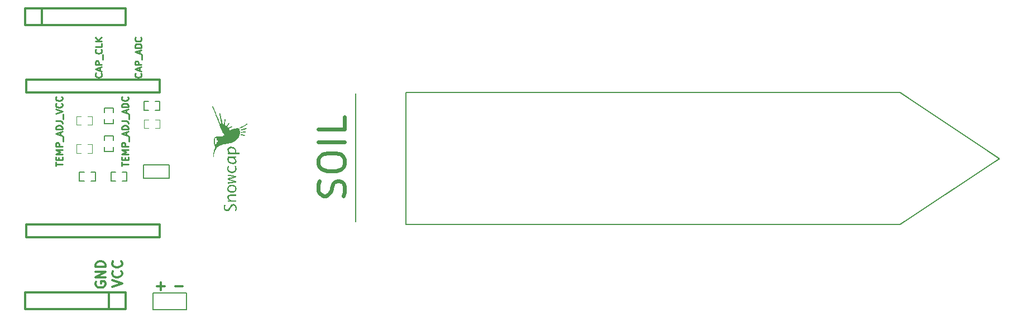
<source format=gto>
G04 (created by PCBNEW (22-Jun-2014 BZR 4027)-stable) date Thu 31 Jul 2014 05:41:25 PM UTC*
%MOIN*%
G04 Gerber Fmt 3.4, Leading zero omitted, Abs format*
%FSLAX34Y34*%
G01*
G70*
G90*
G04 APERTURE LIST*
%ADD10C,0.00590551*%
%ADD11C,0.00984252*%
%ADD12C,0.011811*%
%ADD13C,0.023622*%
%ADD14C,0.00787402*%
%ADD15C,0.005*%
%ADD16C,0.0047*%
%ADD17C,0.006*%
%ADD18C,0.012*%
%ADD19C,0.0001*%
G04 APERTURE END LIST*
G54D10*
G54D11*
X31381Y-27334D02*
X31400Y-27352D01*
X31419Y-27409D01*
X31419Y-27446D01*
X31400Y-27502D01*
X31362Y-27540D01*
X31325Y-27559D01*
X31250Y-27577D01*
X31194Y-27577D01*
X31119Y-27559D01*
X31081Y-27540D01*
X31044Y-27502D01*
X31025Y-27446D01*
X31025Y-27409D01*
X31044Y-27352D01*
X31062Y-27334D01*
X31306Y-27184D02*
X31306Y-26996D01*
X31419Y-27221D02*
X31025Y-27090D01*
X31419Y-26959D01*
X31419Y-26827D02*
X31025Y-26827D01*
X31025Y-26677D01*
X31044Y-26640D01*
X31062Y-26621D01*
X31100Y-26602D01*
X31156Y-26602D01*
X31194Y-26621D01*
X31212Y-26640D01*
X31231Y-26677D01*
X31231Y-26827D01*
X31456Y-26527D02*
X31456Y-26227D01*
X31306Y-26152D02*
X31306Y-25965D01*
X31419Y-26190D02*
X31025Y-26059D01*
X31419Y-25928D01*
X31419Y-25796D02*
X31025Y-25796D01*
X31025Y-25703D01*
X31044Y-25646D01*
X31081Y-25609D01*
X31119Y-25590D01*
X31194Y-25571D01*
X31250Y-25571D01*
X31325Y-25590D01*
X31362Y-25609D01*
X31400Y-25646D01*
X31419Y-25703D01*
X31419Y-25796D01*
X31381Y-25178D02*
X31400Y-25196D01*
X31419Y-25253D01*
X31419Y-25290D01*
X31400Y-25346D01*
X31362Y-25384D01*
X31325Y-25403D01*
X31250Y-25421D01*
X31194Y-25421D01*
X31119Y-25403D01*
X31081Y-25384D01*
X31044Y-25346D01*
X31025Y-25290D01*
X31025Y-25253D01*
X31044Y-25196D01*
X31062Y-25178D01*
X29019Y-27324D02*
X29038Y-27343D01*
X29056Y-27399D01*
X29056Y-27437D01*
X29038Y-27493D01*
X29000Y-27530D01*
X28963Y-27549D01*
X28888Y-27568D01*
X28832Y-27568D01*
X28757Y-27549D01*
X28719Y-27530D01*
X28682Y-27493D01*
X28663Y-27437D01*
X28663Y-27399D01*
X28682Y-27343D01*
X28700Y-27324D01*
X28944Y-27174D02*
X28944Y-26987D01*
X29056Y-27212D02*
X28663Y-27080D01*
X29056Y-26949D01*
X29056Y-26818D02*
X28663Y-26818D01*
X28663Y-26668D01*
X28682Y-26631D01*
X28700Y-26612D01*
X28738Y-26593D01*
X28794Y-26593D01*
X28832Y-26612D01*
X28850Y-26631D01*
X28869Y-26668D01*
X28869Y-26818D01*
X29094Y-26518D02*
X29094Y-26218D01*
X29019Y-25899D02*
X29038Y-25918D01*
X29056Y-25974D01*
X29056Y-26012D01*
X29038Y-26068D01*
X29000Y-26106D01*
X28963Y-26124D01*
X28888Y-26143D01*
X28832Y-26143D01*
X28757Y-26124D01*
X28719Y-26106D01*
X28682Y-26068D01*
X28663Y-26012D01*
X28663Y-25974D01*
X28682Y-25918D01*
X28700Y-25899D01*
X29056Y-25543D02*
X29056Y-25731D01*
X28663Y-25731D01*
X29056Y-25412D02*
X28663Y-25412D01*
X29056Y-25187D02*
X28832Y-25356D01*
X28663Y-25187D02*
X28888Y-25412D01*
X30238Y-32877D02*
X30238Y-32652D01*
X30631Y-32765D02*
X30238Y-32765D01*
X30425Y-32521D02*
X30425Y-32390D01*
X30631Y-32334D02*
X30631Y-32521D01*
X30238Y-32521D01*
X30238Y-32334D01*
X30631Y-32165D02*
X30238Y-32165D01*
X30519Y-32034D01*
X30238Y-31902D01*
X30631Y-31902D01*
X30631Y-31715D02*
X30238Y-31715D01*
X30238Y-31565D01*
X30256Y-31527D01*
X30275Y-31509D01*
X30313Y-31490D01*
X30369Y-31490D01*
X30406Y-31509D01*
X30425Y-31527D01*
X30444Y-31565D01*
X30444Y-31715D01*
X30669Y-31415D02*
X30669Y-31115D01*
X30519Y-31040D02*
X30519Y-30853D01*
X30631Y-31077D02*
X30238Y-30946D01*
X30631Y-30815D01*
X30631Y-30684D02*
X30238Y-30684D01*
X30238Y-30590D01*
X30256Y-30534D01*
X30294Y-30496D01*
X30331Y-30478D01*
X30406Y-30459D01*
X30463Y-30459D01*
X30538Y-30478D01*
X30575Y-30496D01*
X30613Y-30534D01*
X30631Y-30590D01*
X30631Y-30684D01*
X30238Y-30178D02*
X30519Y-30178D01*
X30575Y-30196D01*
X30613Y-30234D01*
X30631Y-30290D01*
X30631Y-30328D01*
X30669Y-30084D02*
X30669Y-29784D01*
X30519Y-29709D02*
X30519Y-29521D01*
X30631Y-29746D02*
X30238Y-29615D01*
X30631Y-29484D01*
X30631Y-29353D02*
X30238Y-29353D01*
X30238Y-29259D01*
X30256Y-29203D01*
X30294Y-29165D01*
X30331Y-29146D01*
X30406Y-29128D01*
X30463Y-29128D01*
X30538Y-29146D01*
X30575Y-29165D01*
X30613Y-29203D01*
X30631Y-29259D01*
X30631Y-29353D01*
X30594Y-28734D02*
X30613Y-28753D01*
X30631Y-28809D01*
X30631Y-28847D01*
X30613Y-28903D01*
X30575Y-28940D01*
X30538Y-28959D01*
X30463Y-28978D01*
X30406Y-28978D01*
X30331Y-28959D01*
X30294Y-28940D01*
X30256Y-28903D01*
X30238Y-28847D01*
X30238Y-28809D01*
X30256Y-28753D01*
X30275Y-28734D01*
X26301Y-32877D02*
X26301Y-32652D01*
X26694Y-32765D02*
X26301Y-32765D01*
X26488Y-32521D02*
X26488Y-32390D01*
X26694Y-32334D02*
X26694Y-32521D01*
X26301Y-32521D01*
X26301Y-32334D01*
X26694Y-32165D02*
X26301Y-32165D01*
X26582Y-32034D01*
X26301Y-31902D01*
X26694Y-31902D01*
X26694Y-31715D02*
X26301Y-31715D01*
X26301Y-31565D01*
X26319Y-31527D01*
X26338Y-31509D01*
X26376Y-31490D01*
X26432Y-31490D01*
X26469Y-31509D01*
X26488Y-31527D01*
X26507Y-31565D01*
X26507Y-31715D01*
X26732Y-31415D02*
X26732Y-31115D01*
X26582Y-31040D02*
X26582Y-30853D01*
X26694Y-31077D02*
X26301Y-30946D01*
X26694Y-30815D01*
X26694Y-30684D02*
X26301Y-30684D01*
X26301Y-30590D01*
X26319Y-30534D01*
X26357Y-30496D01*
X26394Y-30478D01*
X26469Y-30459D01*
X26526Y-30459D01*
X26601Y-30478D01*
X26638Y-30496D01*
X26676Y-30534D01*
X26694Y-30590D01*
X26694Y-30684D01*
X26301Y-30178D02*
X26582Y-30178D01*
X26638Y-30196D01*
X26676Y-30234D01*
X26694Y-30290D01*
X26694Y-30328D01*
X26732Y-30084D02*
X26732Y-29784D01*
X26301Y-29746D02*
X26694Y-29615D01*
X26301Y-29484D01*
X26657Y-29128D02*
X26676Y-29146D01*
X26694Y-29203D01*
X26694Y-29240D01*
X26676Y-29296D01*
X26638Y-29334D01*
X26601Y-29353D01*
X26526Y-29371D01*
X26469Y-29371D01*
X26394Y-29353D01*
X26357Y-29334D01*
X26319Y-29296D01*
X26301Y-29240D01*
X26301Y-29203D01*
X26319Y-29146D01*
X26338Y-29128D01*
X26657Y-28734D02*
X26676Y-28753D01*
X26694Y-28809D01*
X26694Y-28847D01*
X26676Y-28903D01*
X26638Y-28940D01*
X26601Y-28959D01*
X26526Y-28978D01*
X26469Y-28978D01*
X26394Y-28959D01*
X26357Y-28940D01*
X26319Y-28903D01*
X26301Y-28847D01*
X26301Y-28809D01*
X26319Y-28753D01*
X26338Y-28734D01*
G54D12*
X28712Y-39820D02*
X28683Y-39876D01*
X28683Y-39960D01*
X28712Y-40044D01*
X28768Y-40101D01*
X28824Y-40129D01*
X28937Y-40157D01*
X29021Y-40157D01*
X29133Y-40129D01*
X29190Y-40101D01*
X29246Y-40044D01*
X29274Y-39960D01*
X29274Y-39904D01*
X29246Y-39820D01*
X29218Y-39791D01*
X29021Y-39791D01*
X29021Y-39904D01*
X29274Y-39538D02*
X28683Y-39538D01*
X29274Y-39201D01*
X28683Y-39201D01*
X29274Y-38920D02*
X28683Y-38920D01*
X28683Y-38779D01*
X28712Y-38695D01*
X28768Y-38638D01*
X28824Y-38610D01*
X28937Y-38582D01*
X29021Y-38582D01*
X29133Y-38610D01*
X29190Y-38638D01*
X29246Y-38695D01*
X29274Y-38779D01*
X29274Y-38920D01*
X29668Y-40101D02*
X30258Y-39904D01*
X29668Y-39707D01*
X30202Y-39173D02*
X30230Y-39201D01*
X30258Y-39285D01*
X30258Y-39341D01*
X30230Y-39426D01*
X30174Y-39482D01*
X30118Y-39510D01*
X30005Y-39538D01*
X29921Y-39538D01*
X29808Y-39510D01*
X29752Y-39482D01*
X29696Y-39426D01*
X29668Y-39341D01*
X29668Y-39285D01*
X29696Y-39201D01*
X29724Y-39173D01*
X30202Y-38582D02*
X30230Y-38610D01*
X30258Y-38695D01*
X30258Y-38751D01*
X30230Y-38835D01*
X30174Y-38892D01*
X30118Y-38920D01*
X30005Y-38948D01*
X29921Y-38948D01*
X29808Y-38920D01*
X29752Y-38892D01*
X29696Y-38835D01*
X29668Y-38751D01*
X29668Y-38695D01*
X29696Y-38610D01*
X29724Y-38582D01*
X33436Y-40073D02*
X33886Y-40073D01*
X32353Y-40073D02*
X32803Y-40073D01*
X32578Y-40298D02*
X32578Y-39848D01*
G54D13*
X43475Y-34669D02*
X43550Y-34444D01*
X43550Y-34069D01*
X43475Y-33919D01*
X43400Y-33844D01*
X43250Y-33769D01*
X43100Y-33769D01*
X42950Y-33844D01*
X42875Y-33919D01*
X42800Y-34069D01*
X42725Y-34369D01*
X42650Y-34519D01*
X42575Y-34594D01*
X42425Y-34669D01*
X42275Y-34669D01*
X42125Y-34594D01*
X42050Y-34519D01*
X41976Y-34369D01*
X41976Y-33994D01*
X42050Y-33769D01*
X41976Y-32794D02*
X41976Y-32494D01*
X42050Y-32344D01*
X42200Y-32194D01*
X42500Y-32119D01*
X43025Y-32119D01*
X43325Y-32194D01*
X43475Y-32344D01*
X43550Y-32494D01*
X43550Y-32794D01*
X43475Y-32944D01*
X43325Y-33094D01*
X43025Y-33169D01*
X42500Y-33169D01*
X42200Y-33094D01*
X42050Y-32944D01*
X41976Y-32794D01*
X43550Y-31444D02*
X41976Y-31444D01*
X43550Y-29944D02*
X43550Y-30694D01*
X41976Y-30694D01*
G54D14*
X44192Y-28543D02*
X44192Y-36220D01*
G54D15*
X30265Y-33788D02*
X30543Y-33788D01*
X30543Y-33788D02*
X30543Y-33238D01*
X30543Y-33238D02*
X30265Y-33238D01*
X29593Y-33788D02*
X29871Y-33788D01*
X29593Y-33788D02*
X29593Y-33238D01*
X29593Y-33238D02*
X29871Y-33238D01*
X31840Y-29006D02*
X31562Y-29006D01*
X31562Y-29006D02*
X31562Y-29556D01*
X31562Y-29556D02*
X31840Y-29556D01*
X32512Y-29006D02*
X32234Y-29006D01*
X32512Y-29006D02*
X32512Y-29556D01*
X32512Y-29556D02*
X32234Y-29556D01*
G54D16*
X32234Y-30620D02*
X32509Y-30620D01*
X31840Y-30620D02*
X31565Y-30620D01*
X32234Y-30108D02*
X32509Y-30108D01*
X31565Y-30108D02*
X31840Y-30108D01*
X32509Y-30114D02*
X32509Y-30614D01*
X31565Y-30614D02*
X31565Y-30114D01*
G54D17*
X32120Y-41494D02*
X32120Y-40494D01*
X32120Y-40494D02*
X34120Y-40494D01*
X34120Y-40494D02*
X34120Y-41494D01*
X34120Y-41494D02*
X32120Y-41494D01*
G54D18*
X30490Y-40439D02*
X30490Y-41439D01*
X30490Y-41439D02*
X24490Y-41439D01*
X24490Y-41439D02*
X24490Y-40439D01*
X24490Y-40439D02*
X30490Y-40439D01*
X29490Y-40439D02*
X29490Y-41439D01*
X24490Y-24439D02*
X24490Y-23439D01*
X24490Y-23439D02*
X30490Y-23439D01*
X30490Y-23439D02*
X30490Y-24439D01*
X30490Y-24439D02*
X24490Y-24439D01*
X25490Y-24439D02*
X25490Y-23439D01*
X32520Y-27716D02*
X32520Y-28474D01*
X24537Y-28484D02*
X24537Y-27716D01*
X24537Y-28494D02*
X32520Y-28494D01*
X32520Y-27706D02*
X24537Y-27706D01*
X32520Y-36377D02*
X32520Y-37135D01*
X24537Y-37145D02*
X24537Y-36377D01*
X24537Y-37155D02*
X32520Y-37155D01*
X32520Y-36367D02*
X24537Y-36367D01*
G54D15*
X29203Y-30069D02*
X29203Y-30347D01*
X29203Y-30347D02*
X29753Y-30347D01*
X29753Y-30347D02*
X29753Y-30069D01*
X29203Y-29397D02*
X29203Y-29675D01*
X29203Y-29397D02*
X29753Y-29397D01*
X29753Y-29397D02*
X29753Y-29675D01*
X29203Y-31742D02*
X29203Y-32020D01*
X29203Y-32020D02*
X29753Y-32020D01*
X29753Y-32020D02*
X29753Y-31742D01*
X29203Y-31070D02*
X29203Y-31348D01*
X29203Y-31070D02*
X29753Y-31070D01*
X29753Y-31070D02*
X29753Y-31348D01*
X28395Y-33788D02*
X28673Y-33788D01*
X28673Y-33788D02*
X28673Y-33238D01*
X28673Y-33238D02*
X28395Y-33238D01*
X27723Y-33788D02*
X28001Y-33788D01*
X27723Y-33788D02*
X27723Y-33238D01*
X27723Y-33238D02*
X28001Y-33238D01*
G54D16*
X28198Y-30423D02*
X28473Y-30423D01*
X27804Y-30423D02*
X27529Y-30423D01*
X28198Y-29911D02*
X28473Y-29911D01*
X27529Y-29911D02*
X27804Y-29911D01*
X28473Y-29917D02*
X28473Y-30417D01*
X27529Y-30417D02*
X27529Y-29917D01*
X28198Y-32096D02*
X28473Y-32096D01*
X27804Y-32096D02*
X27529Y-32096D01*
X28198Y-31584D02*
X28473Y-31584D01*
X27529Y-31584D02*
X27804Y-31584D01*
X28473Y-31590D02*
X28473Y-32090D01*
X27529Y-32090D02*
X27529Y-31590D01*
G54D10*
X33082Y-33618D02*
X31532Y-33618D01*
X31532Y-33618D02*
X31532Y-32818D01*
X31532Y-32818D02*
X33082Y-32818D01*
X33082Y-32818D02*
X33082Y-33618D01*
X82627Y-32431D02*
X76722Y-28494D01*
X76722Y-28494D02*
X47194Y-28494D01*
X47194Y-28494D02*
X47194Y-36368D01*
X47194Y-36368D02*
X76722Y-36368D01*
X76722Y-36368D02*
X82627Y-32431D01*
G54D19*
G36*
X37718Y-30338D02*
X37725Y-30341D01*
X37731Y-30346D01*
X37740Y-30354D01*
X37743Y-30364D01*
X37742Y-30372D01*
X37741Y-30378D01*
X37737Y-30384D01*
X37731Y-30390D01*
X37722Y-30398D01*
X37709Y-30408D01*
X37694Y-30420D01*
X37618Y-30472D01*
X37538Y-30521D01*
X37453Y-30567D01*
X37375Y-30604D01*
X37354Y-30613D01*
X37339Y-30620D01*
X37327Y-30624D01*
X37318Y-30626D01*
X37311Y-30627D01*
X37305Y-30627D01*
X37299Y-30625D01*
X37299Y-30625D01*
X37291Y-30619D01*
X37286Y-30609D01*
X37283Y-30599D01*
X37283Y-30592D01*
X37285Y-30586D01*
X37289Y-30581D01*
X37296Y-30575D01*
X37306Y-30569D01*
X37320Y-30562D01*
X37339Y-30553D01*
X37346Y-30551D01*
X37401Y-30525D01*
X37457Y-30496D01*
X37513Y-30465D01*
X37567Y-30432D01*
X37618Y-30399D01*
X37664Y-30367D01*
X37670Y-30363D01*
X37686Y-30351D01*
X37699Y-30343D01*
X37709Y-30339D01*
X37718Y-30338D01*
X37718Y-30338D01*
X37718Y-30338D01*
G37*
G36*
X37689Y-30599D02*
X37701Y-30602D01*
X37710Y-30609D01*
X37715Y-30620D01*
X37717Y-30631D01*
X37713Y-30643D01*
X37712Y-30646D01*
X37706Y-30651D01*
X37697Y-30656D01*
X37693Y-30657D01*
X37688Y-30659D01*
X37677Y-30663D01*
X37661Y-30668D01*
X37642Y-30674D01*
X37620Y-30680D01*
X37595Y-30688D01*
X37568Y-30696D01*
X37541Y-30705D01*
X37513Y-30713D01*
X37485Y-30722D01*
X37459Y-30730D01*
X37434Y-30737D01*
X37412Y-30744D01*
X37393Y-30749D01*
X37378Y-30754D01*
X37367Y-30757D01*
X37362Y-30758D01*
X37353Y-30759D01*
X37347Y-30757D01*
X37336Y-30748D01*
X37330Y-30737D01*
X37329Y-30726D01*
X37332Y-30715D01*
X37341Y-30706D01*
X37347Y-30702D01*
X37354Y-30699D01*
X37366Y-30695D01*
X37382Y-30690D01*
X37402Y-30684D01*
X37426Y-30677D01*
X37451Y-30669D01*
X37478Y-30660D01*
X37506Y-30652D01*
X37534Y-30643D01*
X37562Y-30635D01*
X37589Y-30627D01*
X37614Y-30620D01*
X37637Y-30613D01*
X37656Y-30608D01*
X37672Y-30604D01*
X37683Y-30601D01*
X37689Y-30599D01*
X37689Y-30599D01*
X37689Y-30599D01*
X37689Y-30599D01*
G37*
G36*
X37618Y-30814D02*
X37627Y-30814D01*
X37633Y-30814D01*
X37638Y-30816D01*
X37642Y-30817D01*
X37644Y-30819D01*
X37647Y-30822D01*
X37648Y-30823D01*
X37655Y-30835D01*
X37656Y-30846D01*
X37651Y-30857D01*
X37647Y-30861D01*
X37639Y-30868D01*
X37629Y-30872D01*
X37628Y-30872D01*
X37622Y-30873D01*
X37611Y-30874D01*
X37596Y-30876D01*
X37576Y-30878D01*
X37553Y-30880D01*
X37527Y-30883D01*
X37500Y-30886D01*
X37493Y-30886D01*
X37462Y-30890D01*
X37436Y-30892D01*
X37416Y-30894D01*
X37400Y-30895D01*
X37387Y-30896D01*
X37378Y-30897D01*
X37371Y-30897D01*
X37366Y-30896D01*
X37363Y-30896D01*
X37360Y-30894D01*
X37357Y-30893D01*
X37347Y-30885D01*
X37342Y-30874D01*
X37342Y-30862D01*
X37347Y-30852D01*
X37355Y-30844D01*
X37359Y-30842D01*
X37367Y-30840D01*
X37380Y-30838D01*
X37398Y-30836D01*
X37421Y-30833D01*
X37449Y-30830D01*
X37483Y-30826D01*
X37483Y-30826D01*
X37518Y-30822D01*
X37547Y-30819D01*
X37571Y-30817D01*
X37591Y-30815D01*
X37606Y-30814D01*
X37618Y-30814D01*
X37618Y-30814D01*
X37618Y-30814D01*
G37*
G36*
X37367Y-30978D02*
X37384Y-30978D01*
X37406Y-30980D01*
X37430Y-30983D01*
X37455Y-30987D01*
X37478Y-30991D01*
X37498Y-30996D01*
X37502Y-30997D01*
X37526Y-31004D01*
X37548Y-31012D01*
X37567Y-31020D01*
X37581Y-31029D01*
X37591Y-31037D01*
X37593Y-31040D01*
X37596Y-31052D01*
X37594Y-31065D01*
X37590Y-31073D01*
X37582Y-31081D01*
X37572Y-31084D01*
X37559Y-31082D01*
X37543Y-31076D01*
X37539Y-31074D01*
X37514Y-31064D01*
X37484Y-31055D01*
X37451Y-31048D01*
X37412Y-31042D01*
X37370Y-31038D01*
X37355Y-31036D01*
X37345Y-31035D01*
X37338Y-31033D01*
X37334Y-31031D01*
X37330Y-31027D01*
X37330Y-31027D01*
X37323Y-31015D01*
X37323Y-31003D01*
X37328Y-30991D01*
X37332Y-30987D01*
X37336Y-30982D01*
X37341Y-30980D01*
X37348Y-30978D01*
X37358Y-30978D01*
X37367Y-30978D01*
X37367Y-30978D01*
X37367Y-30978D01*
G37*
G36*
X35674Y-29292D02*
X35685Y-29294D01*
X35695Y-29300D01*
X35696Y-29301D01*
X35699Y-29306D01*
X35703Y-29316D01*
X35710Y-29330D01*
X35717Y-29347D01*
X35725Y-29365D01*
X35727Y-29370D01*
X35733Y-29384D01*
X35741Y-29403D01*
X35750Y-29426D01*
X35762Y-29454D01*
X35774Y-29484D01*
X35787Y-29516D01*
X35802Y-29550D01*
X35816Y-29585D01*
X35831Y-29621D01*
X35833Y-29627D01*
X35861Y-29696D01*
X35890Y-29766D01*
X35920Y-29838D01*
X35949Y-29910D01*
X35977Y-29981D01*
X36005Y-30050D01*
X36031Y-30117D01*
X36056Y-30180D01*
X36078Y-30238D01*
X36081Y-30245D01*
X36090Y-30269D01*
X36098Y-30290D01*
X36106Y-30310D01*
X36112Y-30326D01*
X36117Y-30339D01*
X36120Y-30347D01*
X36121Y-30349D01*
X36123Y-30352D01*
X36127Y-30354D01*
X36135Y-30356D01*
X36146Y-30358D01*
X36161Y-30361D01*
X36175Y-30363D01*
X36187Y-30364D01*
X36196Y-30365D01*
X36199Y-30365D01*
X36198Y-30362D01*
X36196Y-30353D01*
X36193Y-30339D01*
X36189Y-30320D01*
X36184Y-30296D01*
X36178Y-30269D01*
X36172Y-30237D01*
X36164Y-30203D01*
X36156Y-30165D01*
X36147Y-30125D01*
X36138Y-30083D01*
X36132Y-30054D01*
X36123Y-30011D01*
X36114Y-29969D01*
X36105Y-29929D01*
X36097Y-29891D01*
X36090Y-29857D01*
X36083Y-29825D01*
X36078Y-29798D01*
X36073Y-29774D01*
X36069Y-29755D01*
X36066Y-29741D01*
X36065Y-29733D01*
X36065Y-29731D01*
X36067Y-29717D01*
X36075Y-29708D01*
X36085Y-29702D01*
X36093Y-29701D01*
X36105Y-29703D01*
X36114Y-29710D01*
X36118Y-29717D01*
X36120Y-29721D01*
X36122Y-29731D01*
X36126Y-29746D01*
X36130Y-29766D01*
X36136Y-29791D01*
X36142Y-29819D01*
X36150Y-29852D01*
X36158Y-29888D01*
X36166Y-29926D01*
X36175Y-29967D01*
X36184Y-30010D01*
X36194Y-30054D01*
X36265Y-30382D01*
X36296Y-30393D01*
X36313Y-30399D01*
X36325Y-30403D01*
X36332Y-30406D01*
X36336Y-30407D01*
X36338Y-30406D01*
X36339Y-30405D01*
X36339Y-30404D01*
X36339Y-30399D01*
X36341Y-30388D01*
X36343Y-30373D01*
X36345Y-30354D01*
X36348Y-30331D01*
X36351Y-30306D01*
X36355Y-30280D01*
X36359Y-30252D01*
X36362Y-30224D01*
X36366Y-30197D01*
X36370Y-30171D01*
X36373Y-30147D01*
X36377Y-30125D01*
X36379Y-30107D01*
X36381Y-30094D01*
X36383Y-30085D01*
X36384Y-30081D01*
X36391Y-30071D01*
X36402Y-30065D01*
X36415Y-30064D01*
X36428Y-30069D01*
X36436Y-30078D01*
X36440Y-30090D01*
X36440Y-30092D01*
X36439Y-30097D01*
X36438Y-30108D01*
X36436Y-30124D01*
X36434Y-30144D01*
X36431Y-30168D01*
X36427Y-30195D01*
X36424Y-30224D01*
X36419Y-30256D01*
X36418Y-30270D01*
X36413Y-30302D01*
X36410Y-30331D01*
X36406Y-30359D01*
X36403Y-30383D01*
X36401Y-30403D01*
X36399Y-30420D01*
X36398Y-30431D01*
X36398Y-30437D01*
X36398Y-30438D01*
X36401Y-30440D01*
X36409Y-30444D01*
X36421Y-30451D01*
X36435Y-30459D01*
X36443Y-30464D01*
X36485Y-30488D01*
X36546Y-30396D01*
X36561Y-30375D01*
X36575Y-30355D01*
X36587Y-30337D01*
X36598Y-30321D01*
X36607Y-30310D01*
X36613Y-30302D01*
X36616Y-30299D01*
X36628Y-30294D01*
X36640Y-30295D01*
X36651Y-30303D01*
X36651Y-30303D01*
X36656Y-30307D01*
X36659Y-30312D01*
X36660Y-30317D01*
X36660Y-30323D01*
X36658Y-30330D01*
X36654Y-30339D01*
X36648Y-30351D01*
X36639Y-30366D01*
X36627Y-30385D01*
X36612Y-30408D01*
X36599Y-30427D01*
X36585Y-30449D01*
X36572Y-30469D01*
X36560Y-30486D01*
X36551Y-30501D01*
X36543Y-30513D01*
X36539Y-30520D01*
X36538Y-30522D01*
X36540Y-30525D01*
X36546Y-30531D01*
X36554Y-30540D01*
X36559Y-30544D01*
X36569Y-30554D01*
X36579Y-30565D01*
X36590Y-30578D01*
X36599Y-30589D01*
X36606Y-30598D01*
X36609Y-30602D01*
X36611Y-30600D01*
X36619Y-30596D01*
X36630Y-30589D01*
X36645Y-30580D01*
X36663Y-30569D01*
X36683Y-30557D01*
X36699Y-30547D01*
X36726Y-30531D01*
X36748Y-30518D01*
X36766Y-30507D01*
X36780Y-30500D01*
X36791Y-30495D01*
X36799Y-30492D01*
X36806Y-30491D01*
X36811Y-30492D01*
X36815Y-30495D01*
X36820Y-30499D01*
X36822Y-30501D01*
X36829Y-30513D01*
X36830Y-30524D01*
X36825Y-30535D01*
X36820Y-30541D01*
X36815Y-30545D01*
X36805Y-30552D01*
X36792Y-30561D01*
X36775Y-30572D01*
X36755Y-30584D01*
X36734Y-30597D01*
X36726Y-30602D01*
X36705Y-30615D01*
X36686Y-30626D01*
X36670Y-30637D01*
X36657Y-30645D01*
X36647Y-30651D01*
X36642Y-30654D01*
X36642Y-30655D01*
X36643Y-30658D01*
X36647Y-30665D01*
X36654Y-30676D01*
X36662Y-30689D01*
X36667Y-30697D01*
X36692Y-30738D01*
X36710Y-30730D01*
X36780Y-30701D01*
X36853Y-30676D01*
X36930Y-30654D01*
X36968Y-30645D01*
X37005Y-30638D01*
X37044Y-30632D01*
X37084Y-30627D01*
X37123Y-30624D01*
X37160Y-30622D01*
X37191Y-30622D01*
X37224Y-30623D01*
X37239Y-30637D01*
X37250Y-30649D01*
X37259Y-30661D01*
X37266Y-30675D01*
X37272Y-30692D01*
X37278Y-30713D01*
X37287Y-30752D01*
X37293Y-30788D01*
X37296Y-30823D01*
X37297Y-30861D01*
X37294Y-30901D01*
X37294Y-30910D01*
X37291Y-30941D01*
X37287Y-30967D01*
X37284Y-30989D01*
X37279Y-31009D01*
X37273Y-31029D01*
X37266Y-31049D01*
X37257Y-31072D01*
X37253Y-31080D01*
X37231Y-31128D01*
X37205Y-31172D01*
X37196Y-31185D01*
X35903Y-31185D01*
X35890Y-31187D01*
X35866Y-31193D01*
X35846Y-31202D01*
X35835Y-31211D01*
X35823Y-31225D01*
X35813Y-31244D01*
X35804Y-31265D01*
X35798Y-31287D01*
X35795Y-31302D01*
X35794Y-31322D01*
X35793Y-31345D01*
X35793Y-31369D01*
X35793Y-31395D01*
X35794Y-31419D01*
X35796Y-31441D01*
X35798Y-31455D01*
X35803Y-31482D01*
X35809Y-31512D01*
X35817Y-31545D01*
X35827Y-31579D01*
X35836Y-31613D01*
X35846Y-31645D01*
X35856Y-31673D01*
X35859Y-31680D01*
X35871Y-31710D01*
X35873Y-31695D01*
X35876Y-31676D01*
X35878Y-31654D01*
X35881Y-31628D01*
X35884Y-31601D01*
X35887Y-31573D01*
X35889Y-31546D01*
X35891Y-31520D01*
X35893Y-31497D01*
X35894Y-31478D01*
X35895Y-31465D01*
X35895Y-31464D01*
X35895Y-31439D01*
X35903Y-31450D01*
X35913Y-31460D01*
X35923Y-31464D01*
X35934Y-31463D01*
X35937Y-31462D01*
X35946Y-31456D01*
X35953Y-31446D01*
X35960Y-31431D01*
X35963Y-31424D01*
X35965Y-31411D01*
X35966Y-31395D01*
X35965Y-31378D01*
X35963Y-31364D01*
X35959Y-31353D01*
X35959Y-31352D01*
X35949Y-31341D01*
X35939Y-31335D01*
X35927Y-31335D01*
X35916Y-31341D01*
X35913Y-31343D01*
X35910Y-31346D01*
X35908Y-31347D01*
X35908Y-31346D01*
X35908Y-31340D01*
X35910Y-31329D01*
X35912Y-31318D01*
X35914Y-31303D01*
X35916Y-31284D01*
X35918Y-31265D01*
X35919Y-31256D01*
X35920Y-31240D01*
X35920Y-31229D01*
X35919Y-31222D01*
X35917Y-31215D01*
X35914Y-31208D01*
X35912Y-31203D01*
X35903Y-31185D01*
X37196Y-31185D01*
X37175Y-31214D01*
X37141Y-31256D01*
X37115Y-31284D01*
X37080Y-31318D01*
X37047Y-31349D01*
X37013Y-31376D01*
X36978Y-31400D01*
X36941Y-31422D01*
X36901Y-31443D01*
X36857Y-31463D01*
X36815Y-31480D01*
X36792Y-31489D01*
X36771Y-31496D01*
X36749Y-31503D01*
X36727Y-31509D01*
X36703Y-31515D01*
X36676Y-31521D01*
X36646Y-31526D01*
X36612Y-31532D01*
X36573Y-31539D01*
X36555Y-31542D01*
X36492Y-31552D01*
X36436Y-31562D01*
X36384Y-31572D01*
X36337Y-31582D01*
X36293Y-31593D01*
X36252Y-31604D01*
X36214Y-31617D01*
X36177Y-31630D01*
X36141Y-31645D01*
X36105Y-31661D01*
X36076Y-31675D01*
X36063Y-31682D01*
X36046Y-31692D01*
X36027Y-31704D01*
X36008Y-31717D01*
X35988Y-31731D01*
X35969Y-31745D01*
X35952Y-31758D01*
X35937Y-31769D01*
X35926Y-31779D01*
X35920Y-31786D01*
X35920Y-31786D01*
X35901Y-31814D01*
X35881Y-31847D01*
X35861Y-31884D01*
X35841Y-31924D01*
X35822Y-31965D01*
X35805Y-32007D01*
X35789Y-32047D01*
X35776Y-32086D01*
X35775Y-32090D01*
X35765Y-32127D01*
X35756Y-32158D01*
X35749Y-32187D01*
X35744Y-32213D01*
X35739Y-32240D01*
X35736Y-32266D01*
X35733Y-32295D01*
X35732Y-32312D01*
X35731Y-32326D01*
X35730Y-32335D01*
X35728Y-32340D01*
X35726Y-32342D01*
X35724Y-32342D01*
X35721Y-32342D01*
X35719Y-32339D01*
X35717Y-32334D01*
X35716Y-32326D01*
X35715Y-32315D01*
X35715Y-32299D01*
X35716Y-32279D01*
X35716Y-32253D01*
X35717Y-32224D01*
X35720Y-32161D01*
X35724Y-32104D01*
X35730Y-32052D01*
X35736Y-32003D01*
X35744Y-31958D01*
X35753Y-31916D01*
X35764Y-31875D01*
X35777Y-31836D01*
X35792Y-31797D01*
X35799Y-31780D01*
X35805Y-31765D01*
X35810Y-31752D01*
X35814Y-31742D01*
X35815Y-31735D01*
X35815Y-31735D01*
X35813Y-31730D01*
X35809Y-31720D01*
X35805Y-31708D01*
X35802Y-31700D01*
X35792Y-31674D01*
X35782Y-31643D01*
X35772Y-31609D01*
X35763Y-31574D01*
X35754Y-31540D01*
X35746Y-31508D01*
X35741Y-31479D01*
X35739Y-31466D01*
X35735Y-31440D01*
X35733Y-31410D01*
X35732Y-31380D01*
X35731Y-31351D01*
X35732Y-31325D01*
X35734Y-31310D01*
X35740Y-31270D01*
X35751Y-31235D01*
X35765Y-31204D01*
X35782Y-31179D01*
X35803Y-31158D01*
X35827Y-31143D01*
X35838Y-31138D01*
X35848Y-31135D01*
X35859Y-31132D01*
X35872Y-31129D01*
X35888Y-31127D01*
X35907Y-31125D01*
X35929Y-31123D01*
X35956Y-31121D01*
X35988Y-31120D01*
X36025Y-31118D01*
X36032Y-31118D01*
X36077Y-31116D01*
X36117Y-31114D01*
X36151Y-31112D01*
X36181Y-31109D01*
X36206Y-31106D01*
X36228Y-31103D01*
X36247Y-31099D01*
X36262Y-31095D01*
X36276Y-31091D01*
X36288Y-31085D01*
X36288Y-31085D01*
X36294Y-31082D01*
X36298Y-31079D01*
X36304Y-31074D01*
X36310Y-31067D01*
X36317Y-31058D01*
X36328Y-31045D01*
X36337Y-31032D01*
X36362Y-31000D01*
X36348Y-30981D01*
X36332Y-30960D01*
X36315Y-30934D01*
X36296Y-30904D01*
X36276Y-30870D01*
X36255Y-30833D01*
X36235Y-30795D01*
X36215Y-30757D01*
X36196Y-30718D01*
X36178Y-30680D01*
X36168Y-30656D01*
X36156Y-30629D01*
X36144Y-30598D01*
X36131Y-30566D01*
X36119Y-30533D01*
X36106Y-30500D01*
X36095Y-30468D01*
X36085Y-30439D01*
X36076Y-30413D01*
X36070Y-30392D01*
X36070Y-30391D01*
X36065Y-30377D01*
X36059Y-30358D01*
X36050Y-30333D01*
X36038Y-30303D01*
X36025Y-30268D01*
X36010Y-30228D01*
X35993Y-30184D01*
X35974Y-30136D01*
X35953Y-30084D01*
X35931Y-30028D01*
X35907Y-29969D01*
X35882Y-29906D01*
X35855Y-29840D01*
X35827Y-29772D01*
X35798Y-29701D01*
X35768Y-29627D01*
X35737Y-29552D01*
X35705Y-29474D01*
X35677Y-29408D01*
X35667Y-29384D01*
X35659Y-29364D01*
X35653Y-29349D01*
X35649Y-29338D01*
X35646Y-29329D01*
X35645Y-29323D01*
X35644Y-29319D01*
X35645Y-29315D01*
X35646Y-29311D01*
X35646Y-29310D01*
X35652Y-29300D01*
X35662Y-29294D01*
X35674Y-29292D01*
X35674Y-29292D01*
X35674Y-29292D01*
G37*
G36*
X36771Y-31723D02*
X36815Y-31725D01*
X36855Y-31731D01*
X36892Y-31740D01*
X36927Y-31754D01*
X36936Y-31758D01*
X36974Y-31780D01*
X37007Y-31806D01*
X37018Y-31817D01*
X36799Y-31817D01*
X36764Y-31817D01*
X36732Y-31821D01*
X36703Y-31828D01*
X36679Y-31839D01*
X36659Y-31852D01*
X36644Y-31868D01*
X36634Y-31887D01*
X36630Y-31906D01*
X36631Y-31927D01*
X36638Y-31949D01*
X36650Y-31972D01*
X36666Y-31996D01*
X36687Y-32019D01*
X36712Y-32042D01*
X36741Y-32064D01*
X36746Y-32067D01*
X36776Y-32087D01*
X36890Y-32087D01*
X37003Y-32087D01*
X37008Y-32063D01*
X37011Y-32043D01*
X37013Y-32021D01*
X37013Y-31999D01*
X37012Y-31979D01*
X37010Y-31963D01*
X37009Y-31958D01*
X37002Y-31936D01*
X36992Y-31917D01*
X36978Y-31898D01*
X36962Y-31880D01*
X36938Y-31860D01*
X36913Y-31843D01*
X36885Y-31831D01*
X36853Y-31823D01*
X36817Y-31818D01*
X36799Y-31817D01*
X37018Y-31817D01*
X37034Y-31834D01*
X37055Y-31865D01*
X37072Y-31899D01*
X37082Y-31936D01*
X37083Y-31940D01*
X37084Y-31951D01*
X37085Y-31966D01*
X37085Y-31985D01*
X37085Y-32005D01*
X37085Y-32026D01*
X37084Y-32045D01*
X37083Y-32062D01*
X37081Y-32074D01*
X37081Y-32078D01*
X37079Y-32087D01*
X37180Y-32087D01*
X37281Y-32087D01*
X37281Y-32131D01*
X37281Y-32175D01*
X36920Y-32175D01*
X36559Y-32175D01*
X36560Y-32132D01*
X36561Y-32089D01*
X36617Y-32088D01*
X36673Y-32087D01*
X36647Y-32067D01*
X36616Y-32040D01*
X36590Y-32009D01*
X36571Y-31977D01*
X36560Y-31953D01*
X36552Y-31931D01*
X36548Y-31910D01*
X36548Y-31888D01*
X36548Y-31881D01*
X36551Y-31855D01*
X36560Y-31832D01*
X36573Y-31809D01*
X36592Y-31786D01*
X36593Y-31785D01*
X36605Y-31772D01*
X36617Y-31763D01*
X36631Y-31754D01*
X36643Y-31748D01*
X36665Y-31739D01*
X36686Y-31732D01*
X36709Y-31727D01*
X36735Y-31724D01*
X36766Y-31723D01*
X36771Y-31723D01*
X36771Y-31723D01*
X36771Y-31723D01*
G37*
G36*
X36890Y-35153D02*
X36923Y-35154D01*
X36955Y-35161D01*
X36984Y-35171D01*
X37013Y-35188D01*
X37038Y-35211D01*
X37060Y-35237D01*
X37077Y-35268D01*
X37089Y-35304D01*
X37094Y-35322D01*
X37096Y-35338D01*
X37098Y-35359D01*
X37100Y-35382D01*
X37100Y-35406D01*
X37100Y-35429D01*
X37100Y-35449D01*
X37098Y-35464D01*
X37094Y-35491D01*
X37087Y-35521D01*
X37078Y-35552D01*
X37074Y-35564D01*
X37065Y-35590D01*
X37020Y-35591D01*
X36976Y-35592D01*
X36989Y-35563D01*
X37001Y-35531D01*
X37012Y-35496D01*
X37020Y-35462D01*
X37026Y-35430D01*
X37029Y-35400D01*
X37029Y-35392D01*
X37027Y-35368D01*
X37022Y-35343D01*
X37015Y-35320D01*
X37005Y-35299D01*
X36994Y-35283D01*
X36992Y-35281D01*
X36974Y-35265D01*
X36952Y-35254D01*
X36928Y-35247D01*
X36904Y-35246D01*
X36902Y-35246D01*
X36886Y-35249D01*
X36870Y-35254D01*
X36855Y-35262D01*
X36840Y-35272D01*
X36826Y-35287D01*
X36810Y-35305D01*
X36794Y-35327D01*
X36776Y-35354D01*
X36756Y-35387D01*
X36742Y-35411D01*
X36727Y-35437D01*
X36714Y-35458D01*
X36703Y-35476D01*
X36693Y-35490D01*
X36684Y-35503D01*
X36674Y-35514D01*
X36664Y-35525D01*
X36662Y-35526D01*
X36635Y-35550D01*
X36606Y-35567D01*
X36575Y-35578D01*
X36543Y-35583D01*
X36530Y-35583D01*
X36495Y-35581D01*
X36464Y-35573D01*
X36436Y-35561D01*
X36410Y-35543D01*
X36398Y-35531D01*
X36380Y-35510D01*
X36365Y-35489D01*
X36354Y-35464D01*
X36346Y-35437D01*
X36341Y-35404D01*
X36339Y-35387D01*
X36337Y-35362D01*
X36338Y-35334D01*
X36340Y-35305D01*
X36343Y-35276D01*
X36347Y-35249D01*
X36352Y-35226D01*
X36358Y-35210D01*
X36361Y-35201D01*
X36398Y-35201D01*
X36413Y-35201D01*
X36425Y-35201D01*
X36434Y-35202D01*
X36437Y-35202D01*
X36437Y-35206D01*
X36435Y-35214D01*
X36432Y-35225D01*
X36430Y-35231D01*
X36419Y-35272D01*
X36412Y-35315D01*
X36410Y-35338D01*
X36410Y-35373D01*
X36415Y-35403D01*
X36425Y-35430D01*
X36441Y-35453D01*
X36448Y-35462D01*
X36463Y-35475D01*
X36479Y-35483D01*
X36497Y-35488D01*
X36519Y-35489D01*
X36533Y-35489D01*
X36547Y-35487D01*
X36559Y-35483D01*
X36571Y-35477D01*
X36583Y-35469D01*
X36595Y-35458D01*
X36607Y-35443D01*
X36621Y-35424D01*
X36637Y-35401D01*
X36654Y-35374D01*
X36674Y-35341D01*
X36679Y-35332D01*
X36698Y-35301D01*
X36713Y-35276D01*
X36727Y-35255D01*
X36740Y-35238D01*
X36751Y-35223D01*
X36762Y-35211D01*
X36773Y-35201D01*
X36784Y-35192D01*
X36797Y-35183D01*
X36800Y-35181D01*
X36828Y-35167D01*
X36858Y-35157D01*
X36890Y-35153D01*
X36890Y-35153D01*
X36890Y-35153D01*
G37*
G36*
X36842Y-33995D02*
X36871Y-33997D01*
X36898Y-34001D01*
X36922Y-34007D01*
X36946Y-34016D01*
X36982Y-34035D01*
X37014Y-34058D01*
X37040Y-34085D01*
X37042Y-34087D01*
X36815Y-34087D01*
X36778Y-34089D01*
X36744Y-34095D01*
X36712Y-34105D01*
X36685Y-34119D01*
X36664Y-34135D01*
X36645Y-34155D01*
X36632Y-34176D01*
X36623Y-34201D01*
X36620Y-34228D01*
X36620Y-34246D01*
X36621Y-34261D01*
X36623Y-34273D01*
X36625Y-34283D01*
X36630Y-34295D01*
X36631Y-34297D01*
X36646Y-34322D01*
X36666Y-34343D01*
X36691Y-34360D01*
X36722Y-34374D01*
X36738Y-34379D01*
X36748Y-34382D01*
X36757Y-34384D01*
X36767Y-34385D01*
X36780Y-34386D01*
X36795Y-34386D01*
X36816Y-34386D01*
X36820Y-34386D01*
X36845Y-34386D01*
X36866Y-34385D01*
X36884Y-34383D01*
X36899Y-34380D01*
X36914Y-34375D01*
X36929Y-34369D01*
X36941Y-34364D01*
X36967Y-34347D01*
X36989Y-34328D01*
X37005Y-34305D01*
X37016Y-34279D01*
X37021Y-34251D01*
X37021Y-34221D01*
X37020Y-34213D01*
X37012Y-34186D01*
X36999Y-34161D01*
X36981Y-34139D01*
X36958Y-34121D01*
X36931Y-34107D01*
X36898Y-34096D01*
X36862Y-34089D01*
X36853Y-34088D01*
X36815Y-34087D01*
X37042Y-34087D01*
X37062Y-34115D01*
X37078Y-34148D01*
X37089Y-34184D01*
X37094Y-34222D01*
X37093Y-34259D01*
X37087Y-34297D01*
X37076Y-34332D01*
X37059Y-34365D01*
X37037Y-34394D01*
X37011Y-34420D01*
X36980Y-34442D01*
X36944Y-34459D01*
X36906Y-34472D01*
X36895Y-34475D01*
X36884Y-34477D01*
X36873Y-34479D01*
X36860Y-34480D01*
X36845Y-34480D01*
X36824Y-34480D01*
X36821Y-34480D01*
X36800Y-34480D01*
X36783Y-34480D01*
X36769Y-34479D01*
X36758Y-34478D01*
X36747Y-34476D01*
X36738Y-34474D01*
X36701Y-34461D01*
X36666Y-34444D01*
X36634Y-34423D01*
X36607Y-34398D01*
X36584Y-34371D01*
X36580Y-34365D01*
X36566Y-34339D01*
X36556Y-34311D01*
X36550Y-34281D01*
X36547Y-34247D01*
X36548Y-34226D01*
X36550Y-34194D01*
X36555Y-34167D01*
X36563Y-34142D01*
X36575Y-34119D01*
X36578Y-34114D01*
X36595Y-34090D01*
X36617Y-34066D01*
X36643Y-34045D01*
X36670Y-34027D01*
X36697Y-34015D01*
X36716Y-34008D01*
X36732Y-34003D01*
X36748Y-33999D01*
X36764Y-33997D01*
X36784Y-33996D01*
X36808Y-33995D01*
X36809Y-33995D01*
X36842Y-33995D01*
X36842Y-33995D01*
X36842Y-33995D01*
G37*
G36*
X37064Y-32872D02*
X37067Y-32880D01*
X37069Y-32886D01*
X37072Y-32897D01*
X37076Y-32911D01*
X37078Y-32918D01*
X37087Y-32964D01*
X37092Y-33008D01*
X37093Y-33050D01*
X37092Y-33071D01*
X37087Y-33099D01*
X37079Y-33129D01*
X37068Y-33157D01*
X37057Y-33178D01*
X37038Y-33206D01*
X37014Y-33231D01*
X36987Y-33254D01*
X36958Y-33273D01*
X36952Y-33276D01*
X36918Y-33290D01*
X36881Y-33299D01*
X36843Y-33304D01*
X36804Y-33304D01*
X36766Y-33300D01*
X36729Y-33292D01*
X36696Y-33279D01*
X36694Y-33278D01*
X36660Y-33258D01*
X36630Y-33233D01*
X36603Y-33205D01*
X36581Y-33173D01*
X36564Y-33140D01*
X36555Y-33109D01*
X36549Y-33074D01*
X36547Y-33035D01*
X36550Y-32994D01*
X36556Y-32951D01*
X36566Y-32907D01*
X36569Y-32895D01*
X36576Y-32872D01*
X36617Y-32872D01*
X36634Y-32872D01*
X36645Y-32872D01*
X36652Y-32873D01*
X36656Y-32874D01*
X36657Y-32876D01*
X36656Y-32877D01*
X36655Y-32882D01*
X36651Y-32892D01*
X36647Y-32905D01*
X36642Y-32918D01*
X36636Y-32935D01*
X36631Y-32952D01*
X36626Y-32968D01*
X36624Y-32977D01*
X36621Y-32997D01*
X36620Y-33020D01*
X36620Y-33043D01*
X36621Y-33064D01*
X36624Y-33081D01*
X36624Y-33081D01*
X36635Y-33111D01*
X36651Y-33137D01*
X36672Y-33160D01*
X36697Y-33179D01*
X36725Y-33193D01*
X36758Y-33204D01*
X36793Y-33209D01*
X36816Y-33210D01*
X36844Y-33209D01*
X36867Y-33205D01*
X36891Y-33199D01*
X36914Y-33189D01*
X36944Y-33172D01*
X36968Y-33153D01*
X36987Y-33131D01*
X37001Y-33105D01*
X37005Y-33096D01*
X37008Y-33083D01*
X37011Y-33066D01*
X37012Y-33045D01*
X37013Y-33024D01*
X37013Y-33003D01*
X37012Y-32984D01*
X37011Y-32975D01*
X37008Y-32964D01*
X37005Y-32950D01*
X37000Y-32933D01*
X36995Y-32915D01*
X36990Y-32898D01*
X36986Y-32885D01*
X36983Y-32877D01*
X36983Y-32875D01*
X36985Y-32873D01*
X36990Y-32872D01*
X36999Y-32872D01*
X37013Y-32872D01*
X37023Y-32872D01*
X37064Y-32872D01*
X37064Y-32872D01*
X37064Y-32872D01*
G37*
G36*
X37076Y-32293D02*
X37078Y-32294D01*
X37079Y-32299D01*
X37079Y-32306D01*
X37080Y-32319D01*
X37080Y-32336D01*
X37080Y-32337D01*
X37080Y-32382D01*
X37047Y-32388D01*
X37030Y-32390D01*
X37012Y-32393D01*
X36996Y-32394D01*
X36991Y-32395D01*
X36979Y-32396D01*
X36970Y-32397D01*
X36966Y-32398D01*
X36966Y-32399D01*
X36966Y-32399D01*
X36864Y-32399D01*
X36751Y-32400D01*
X36637Y-32401D01*
X36633Y-32418D01*
X36631Y-32429D01*
X36629Y-32443D01*
X36628Y-32460D01*
X36627Y-32468D01*
X36627Y-32501D01*
X36632Y-32530D01*
X36641Y-32556D01*
X36656Y-32581D01*
X36677Y-32605D01*
X36679Y-32607D01*
X36701Y-32626D01*
X36725Y-32642D01*
X36752Y-32653D01*
X36779Y-32661D01*
X36798Y-32665D01*
X36821Y-32667D01*
X36845Y-32668D01*
X36870Y-32669D01*
X36893Y-32667D01*
X36912Y-32665D01*
X36921Y-32663D01*
X36950Y-32653D01*
X36974Y-32639D01*
X36992Y-32622D01*
X37001Y-32609D01*
X37009Y-32590D01*
X37010Y-32568D01*
X37006Y-32546D01*
X37003Y-32538D01*
X36997Y-32524D01*
X36989Y-32511D01*
X36985Y-32505D01*
X36973Y-32489D01*
X36957Y-32471D01*
X36938Y-32453D01*
X36918Y-32437D01*
X36899Y-32422D01*
X36894Y-32419D01*
X36864Y-32399D01*
X36966Y-32399D01*
X36969Y-32401D01*
X36975Y-32406D01*
X36981Y-32410D01*
X36998Y-32422D01*
X37015Y-32438D01*
X37032Y-32455D01*
X37047Y-32473D01*
X37053Y-32481D01*
X37072Y-32514D01*
X37085Y-32545D01*
X37092Y-32576D01*
X37093Y-32607D01*
X37092Y-32615D01*
X37086Y-32641D01*
X37074Y-32666D01*
X37058Y-32690D01*
X37037Y-32712D01*
X37013Y-32730D01*
X36991Y-32742D01*
X36980Y-32746D01*
X36965Y-32751D01*
X36949Y-32755D01*
X36947Y-32755D01*
X36904Y-32762D01*
X36860Y-32763D01*
X36817Y-32760D01*
X36775Y-32752D01*
X36735Y-32740D01*
X36697Y-32724D01*
X36663Y-32704D01*
X36633Y-32680D01*
X36607Y-32652D01*
X36603Y-32647D01*
X36588Y-32626D01*
X36576Y-32605D01*
X36567Y-32583D01*
X36562Y-32567D01*
X36560Y-32557D01*
X36558Y-32547D01*
X36557Y-32534D01*
X36556Y-32520D01*
X36555Y-32502D01*
X36555Y-32480D01*
X36556Y-32455D01*
X36556Y-32424D01*
X36558Y-32388D01*
X36558Y-32383D01*
X36560Y-32311D01*
X36763Y-32311D01*
X36811Y-32311D01*
X36852Y-32311D01*
X36889Y-32310D01*
X36920Y-32310D01*
X36948Y-32309D01*
X36971Y-32308D01*
X36991Y-32307D01*
X37009Y-32306D01*
X37024Y-32304D01*
X37037Y-32302D01*
X37050Y-32300D01*
X37061Y-32297D01*
X37072Y-32294D01*
X37074Y-32293D01*
X37076Y-32293D01*
X37076Y-32293D01*
X37076Y-32293D01*
G37*
G36*
X37080Y-34589D02*
X37080Y-34632D01*
X37080Y-34674D01*
X36893Y-34675D01*
X36848Y-34676D01*
X36808Y-34676D01*
X36774Y-34677D01*
X36745Y-34678D01*
X36722Y-34678D01*
X36705Y-34679D01*
X36694Y-34680D01*
X36690Y-34681D01*
X36669Y-34688D01*
X36652Y-34700D01*
X36638Y-34715D01*
X36629Y-34733D01*
X36626Y-34747D01*
X36627Y-34768D01*
X36634Y-34790D01*
X36645Y-34814D01*
X36660Y-34838D01*
X36680Y-34861D01*
X36702Y-34884D01*
X36728Y-34905D01*
X36756Y-34924D01*
X36758Y-34925D01*
X36777Y-34936D01*
X36928Y-34936D01*
X37080Y-34936D01*
X37080Y-34979D01*
X37080Y-35021D01*
X36820Y-35021D01*
X36560Y-35021D01*
X36560Y-34979D01*
X36560Y-34936D01*
X36616Y-34936D01*
X36671Y-34936D01*
X36661Y-34927D01*
X36643Y-34914D01*
X36630Y-34903D01*
X36619Y-34893D01*
X36610Y-34883D01*
X36600Y-34873D01*
X36600Y-34872D01*
X36579Y-34843D01*
X36563Y-34812D01*
X36552Y-34781D01*
X36547Y-34750D01*
X36548Y-34720D01*
X36555Y-34691D01*
X36568Y-34663D01*
X36572Y-34657D01*
X36585Y-34638D01*
X36601Y-34624D01*
X36619Y-34612D01*
X36640Y-34604D01*
X36665Y-34597D01*
X36695Y-34593D01*
X36700Y-34593D01*
X36710Y-34592D01*
X36725Y-34592D01*
X36745Y-34591D01*
X36770Y-34590D01*
X36797Y-34590D01*
X36828Y-34590D01*
X36860Y-34590D01*
X36893Y-34590D01*
X36907Y-34590D01*
X37080Y-34589D01*
X37080Y-34589D01*
X37080Y-34589D01*
G37*
G36*
X36562Y-33392D02*
X36565Y-33392D01*
X36574Y-33394D01*
X36589Y-33396D01*
X36608Y-33399D01*
X36632Y-33403D01*
X36659Y-33407D01*
X36690Y-33412D01*
X36724Y-33418D01*
X36761Y-33424D01*
X36800Y-33430D01*
X36822Y-33433D01*
X37080Y-33475D01*
X37079Y-33516D01*
X37078Y-33556D01*
X36911Y-33606D01*
X36878Y-33616D01*
X36847Y-33625D01*
X36817Y-33634D01*
X36788Y-33642D01*
X36763Y-33649D01*
X36742Y-33655D01*
X36724Y-33659D01*
X36712Y-33663D01*
X36709Y-33663D01*
X36695Y-33666D01*
X36683Y-33669D01*
X36676Y-33671D01*
X36673Y-33672D01*
X36676Y-33674D01*
X36684Y-33676D01*
X36695Y-33678D01*
X36709Y-33681D01*
X36718Y-33683D01*
X36734Y-33687D01*
X36754Y-33691D01*
X36777Y-33697D01*
X36805Y-33704D01*
X36834Y-33711D01*
X36866Y-33719D01*
X36898Y-33728D01*
X36912Y-33731D01*
X37080Y-33774D01*
X37080Y-33816D01*
X37080Y-33833D01*
X37079Y-33845D01*
X37079Y-33852D01*
X37078Y-33857D01*
X37076Y-33859D01*
X37073Y-33860D01*
X37073Y-33860D01*
X37068Y-33860D01*
X37058Y-33862D01*
X37043Y-33865D01*
X37023Y-33868D01*
X36999Y-33872D01*
X36971Y-33876D01*
X36940Y-33882D01*
X36906Y-33887D01*
X36870Y-33893D01*
X36831Y-33899D01*
X36821Y-33901D01*
X36783Y-33907D01*
X36746Y-33913D01*
X36711Y-33919D01*
X36679Y-33924D01*
X36650Y-33929D01*
X36624Y-33933D01*
X36603Y-33936D01*
X36586Y-33939D01*
X36575Y-33941D01*
X36569Y-33942D01*
X36568Y-33942D01*
X36560Y-33944D01*
X36560Y-33904D01*
X36560Y-33886D01*
X36560Y-33874D01*
X36562Y-33866D01*
X36563Y-33863D01*
X36564Y-33863D01*
X36567Y-33862D01*
X36577Y-33861D01*
X36591Y-33858D01*
X36610Y-33855D01*
X36633Y-33852D01*
X36658Y-33848D01*
X36687Y-33843D01*
X36717Y-33838D01*
X36720Y-33838D01*
X36768Y-33830D01*
X36811Y-33824D01*
X36847Y-33818D01*
X36877Y-33813D01*
X36901Y-33809D01*
X36920Y-33806D01*
X36933Y-33803D01*
X36941Y-33801D01*
X36943Y-33801D01*
X36941Y-33800D01*
X36933Y-33798D01*
X36922Y-33796D01*
X36912Y-33794D01*
X36902Y-33792D01*
X36888Y-33789D01*
X36868Y-33784D01*
X36845Y-33779D01*
X36818Y-33772D01*
X36789Y-33765D01*
X36759Y-33757D01*
X36727Y-33749D01*
X36720Y-33747D01*
X36561Y-33705D01*
X36561Y-33666D01*
X36561Y-33627D01*
X36714Y-33582D01*
X36745Y-33573D01*
X36776Y-33564D01*
X36806Y-33555D01*
X36833Y-33547D01*
X36858Y-33541D01*
X36879Y-33535D01*
X36895Y-33531D01*
X36906Y-33528D01*
X36906Y-33528D01*
X36923Y-33524D01*
X36933Y-33521D01*
X36939Y-33519D01*
X36939Y-33517D01*
X36938Y-33517D01*
X36933Y-33516D01*
X36922Y-33514D01*
X36907Y-33512D01*
X36889Y-33509D01*
X36869Y-33506D01*
X36856Y-33504D01*
X36834Y-33500D01*
X36807Y-33496D01*
X36777Y-33491D01*
X36745Y-33486D01*
X36713Y-33481D01*
X36682Y-33477D01*
X36673Y-33475D01*
X36648Y-33471D01*
X36624Y-33467D01*
X36604Y-33464D01*
X36586Y-33462D01*
X36573Y-33460D01*
X36565Y-33458D01*
X36562Y-33458D01*
X36561Y-33455D01*
X36560Y-33448D01*
X36560Y-33437D01*
X36560Y-33425D01*
X36560Y-33412D01*
X36560Y-33402D01*
X36561Y-33394D01*
X36562Y-33392D01*
X36562Y-33392D01*
X36562Y-33392D01*
G37*
M02*

</source>
